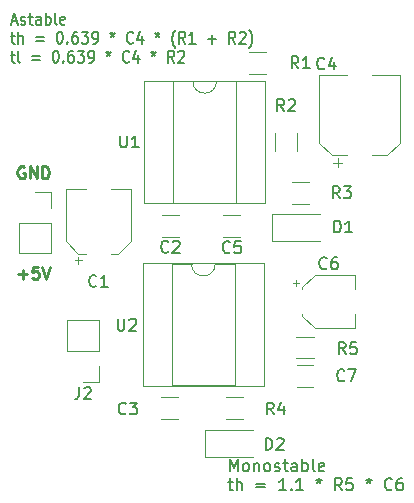
<source format=gbr>
%TF.GenerationSoftware,KiCad,Pcbnew,9.0.5*%
%TF.CreationDate,2025-11-22T01:39:54+01:00*%
%TF.ProjectId,AstableMonostable_NE555,41737461-626c-4654-9d6f-6e6f73746162,rev?*%
%TF.SameCoordinates,PX57a4860PY69925e0*%
%TF.FileFunction,Legend,Top*%
%TF.FilePolarity,Positive*%
%FSLAX46Y46*%
G04 Gerber Fmt 4.6, Leading zero omitted, Abs format (unit mm)*
G04 Created by KiCad (PCBNEW 9.0.5) date 2025-11-22 01:39:54*
%MOMM*%
%LPD*%
G01*
G04 APERTURE LIST*
%ADD10C,0.150000*%
%ADD11C,0.250000*%
%ADD12C,0.120000*%
G04 APERTURE END LIST*
D10*
X19036779Y2240125D02*
X19036779Y3240125D01*
X19036779Y3240125D02*
X19370112Y2525840D01*
X19370112Y2525840D02*
X19703445Y3240125D01*
X19703445Y3240125D02*
X19703445Y2240125D01*
X20322493Y2240125D02*
X20227255Y2287744D01*
X20227255Y2287744D02*
X20179636Y2335364D01*
X20179636Y2335364D02*
X20132017Y2430602D01*
X20132017Y2430602D02*
X20132017Y2716316D01*
X20132017Y2716316D02*
X20179636Y2811554D01*
X20179636Y2811554D02*
X20227255Y2859173D01*
X20227255Y2859173D02*
X20322493Y2906792D01*
X20322493Y2906792D02*
X20465350Y2906792D01*
X20465350Y2906792D02*
X20560588Y2859173D01*
X20560588Y2859173D02*
X20608207Y2811554D01*
X20608207Y2811554D02*
X20655826Y2716316D01*
X20655826Y2716316D02*
X20655826Y2430602D01*
X20655826Y2430602D02*
X20608207Y2335364D01*
X20608207Y2335364D02*
X20560588Y2287744D01*
X20560588Y2287744D02*
X20465350Y2240125D01*
X20465350Y2240125D02*
X20322493Y2240125D01*
X21084398Y2906792D02*
X21084398Y2240125D01*
X21084398Y2811554D02*
X21132017Y2859173D01*
X21132017Y2859173D02*
X21227255Y2906792D01*
X21227255Y2906792D02*
X21370112Y2906792D01*
X21370112Y2906792D02*
X21465350Y2859173D01*
X21465350Y2859173D02*
X21512969Y2763935D01*
X21512969Y2763935D02*
X21512969Y2240125D01*
X22132017Y2240125D02*
X22036779Y2287744D01*
X22036779Y2287744D02*
X21989160Y2335364D01*
X21989160Y2335364D02*
X21941541Y2430602D01*
X21941541Y2430602D02*
X21941541Y2716316D01*
X21941541Y2716316D02*
X21989160Y2811554D01*
X21989160Y2811554D02*
X22036779Y2859173D01*
X22036779Y2859173D02*
X22132017Y2906792D01*
X22132017Y2906792D02*
X22274874Y2906792D01*
X22274874Y2906792D02*
X22370112Y2859173D01*
X22370112Y2859173D02*
X22417731Y2811554D01*
X22417731Y2811554D02*
X22465350Y2716316D01*
X22465350Y2716316D02*
X22465350Y2430602D01*
X22465350Y2430602D02*
X22417731Y2335364D01*
X22417731Y2335364D02*
X22370112Y2287744D01*
X22370112Y2287744D02*
X22274874Y2240125D01*
X22274874Y2240125D02*
X22132017Y2240125D01*
X22846303Y2287744D02*
X22941541Y2240125D01*
X22941541Y2240125D02*
X23132017Y2240125D01*
X23132017Y2240125D02*
X23227255Y2287744D01*
X23227255Y2287744D02*
X23274874Y2382983D01*
X23274874Y2382983D02*
X23274874Y2430602D01*
X23274874Y2430602D02*
X23227255Y2525840D01*
X23227255Y2525840D02*
X23132017Y2573459D01*
X23132017Y2573459D02*
X22989160Y2573459D01*
X22989160Y2573459D02*
X22893922Y2621078D01*
X22893922Y2621078D02*
X22846303Y2716316D01*
X22846303Y2716316D02*
X22846303Y2763935D01*
X22846303Y2763935D02*
X22893922Y2859173D01*
X22893922Y2859173D02*
X22989160Y2906792D01*
X22989160Y2906792D02*
X23132017Y2906792D01*
X23132017Y2906792D02*
X23227255Y2859173D01*
X23560589Y2906792D02*
X23941541Y2906792D01*
X23703446Y3240125D02*
X23703446Y2382983D01*
X23703446Y2382983D02*
X23751065Y2287744D01*
X23751065Y2287744D02*
X23846303Y2240125D01*
X23846303Y2240125D02*
X23941541Y2240125D01*
X24703446Y2240125D02*
X24703446Y2763935D01*
X24703446Y2763935D02*
X24655827Y2859173D01*
X24655827Y2859173D02*
X24560589Y2906792D01*
X24560589Y2906792D02*
X24370113Y2906792D01*
X24370113Y2906792D02*
X24274875Y2859173D01*
X24703446Y2287744D02*
X24608208Y2240125D01*
X24608208Y2240125D02*
X24370113Y2240125D01*
X24370113Y2240125D02*
X24274875Y2287744D01*
X24274875Y2287744D02*
X24227256Y2382983D01*
X24227256Y2382983D02*
X24227256Y2478221D01*
X24227256Y2478221D02*
X24274875Y2573459D01*
X24274875Y2573459D02*
X24370113Y2621078D01*
X24370113Y2621078D02*
X24608208Y2621078D01*
X24608208Y2621078D02*
X24703446Y2668697D01*
X25179637Y2240125D02*
X25179637Y3240125D01*
X25179637Y2859173D02*
X25274875Y2906792D01*
X25274875Y2906792D02*
X25465351Y2906792D01*
X25465351Y2906792D02*
X25560589Y2859173D01*
X25560589Y2859173D02*
X25608208Y2811554D01*
X25608208Y2811554D02*
X25655827Y2716316D01*
X25655827Y2716316D02*
X25655827Y2430602D01*
X25655827Y2430602D02*
X25608208Y2335364D01*
X25608208Y2335364D02*
X25560589Y2287744D01*
X25560589Y2287744D02*
X25465351Y2240125D01*
X25465351Y2240125D02*
X25274875Y2240125D01*
X25274875Y2240125D02*
X25179637Y2287744D01*
X26227256Y2240125D02*
X26132018Y2287744D01*
X26132018Y2287744D02*
X26084399Y2382983D01*
X26084399Y2382983D02*
X26084399Y3240125D01*
X26989161Y2287744D02*
X26893923Y2240125D01*
X26893923Y2240125D02*
X26703447Y2240125D01*
X26703447Y2240125D02*
X26608209Y2287744D01*
X26608209Y2287744D02*
X26560590Y2382983D01*
X26560590Y2382983D02*
X26560590Y2763935D01*
X26560590Y2763935D02*
X26608209Y2859173D01*
X26608209Y2859173D02*
X26703447Y2906792D01*
X26703447Y2906792D02*
X26893923Y2906792D01*
X26893923Y2906792D02*
X26989161Y2859173D01*
X26989161Y2859173D02*
X27036780Y2763935D01*
X27036780Y2763935D02*
X27036780Y2668697D01*
X27036780Y2668697D02*
X26560590Y2573459D01*
X18893922Y1296848D02*
X19274874Y1296848D01*
X19036779Y1630181D02*
X19036779Y773039D01*
X19036779Y773039D02*
X19084398Y677800D01*
X19084398Y677800D02*
X19179636Y630181D01*
X19179636Y630181D02*
X19274874Y630181D01*
X19608208Y630181D02*
X19608208Y1630181D01*
X20036779Y630181D02*
X20036779Y1153991D01*
X20036779Y1153991D02*
X19989160Y1249229D01*
X19989160Y1249229D02*
X19893922Y1296848D01*
X19893922Y1296848D02*
X19751065Y1296848D01*
X19751065Y1296848D02*
X19655827Y1249229D01*
X19655827Y1249229D02*
X19608208Y1201610D01*
X21274875Y1153991D02*
X22036780Y1153991D01*
X22036780Y868277D02*
X21274875Y868277D01*
X23798684Y630181D02*
X23227256Y630181D01*
X23512970Y630181D02*
X23512970Y1630181D01*
X23512970Y1630181D02*
X23417732Y1487324D01*
X23417732Y1487324D02*
X23322494Y1392086D01*
X23322494Y1392086D02*
X23227256Y1344467D01*
X24227256Y725420D02*
X24274875Y677800D01*
X24274875Y677800D02*
X24227256Y630181D01*
X24227256Y630181D02*
X24179637Y677800D01*
X24179637Y677800D02*
X24227256Y725420D01*
X24227256Y725420D02*
X24227256Y630181D01*
X25227255Y630181D02*
X24655827Y630181D01*
X24941541Y630181D02*
X24941541Y1630181D01*
X24941541Y1630181D02*
X24846303Y1487324D01*
X24846303Y1487324D02*
X24751065Y1392086D01*
X24751065Y1392086D02*
X24655827Y1344467D01*
X26560589Y1630181D02*
X26560589Y1392086D01*
X26322494Y1487324D02*
X26560589Y1392086D01*
X26560589Y1392086D02*
X26798684Y1487324D01*
X26417732Y1201610D02*
X26560589Y1392086D01*
X26560589Y1392086D02*
X26703446Y1201610D01*
X28512970Y630181D02*
X28179637Y1106372D01*
X27941542Y630181D02*
X27941542Y1630181D01*
X27941542Y1630181D02*
X28322494Y1630181D01*
X28322494Y1630181D02*
X28417732Y1582562D01*
X28417732Y1582562D02*
X28465351Y1534943D01*
X28465351Y1534943D02*
X28512970Y1439705D01*
X28512970Y1439705D02*
X28512970Y1296848D01*
X28512970Y1296848D02*
X28465351Y1201610D01*
X28465351Y1201610D02*
X28417732Y1153991D01*
X28417732Y1153991D02*
X28322494Y1106372D01*
X28322494Y1106372D02*
X27941542Y1106372D01*
X29417732Y1630181D02*
X28941542Y1630181D01*
X28941542Y1630181D02*
X28893923Y1153991D01*
X28893923Y1153991D02*
X28941542Y1201610D01*
X28941542Y1201610D02*
X29036780Y1249229D01*
X29036780Y1249229D02*
X29274875Y1249229D01*
X29274875Y1249229D02*
X29370113Y1201610D01*
X29370113Y1201610D02*
X29417732Y1153991D01*
X29417732Y1153991D02*
X29465351Y1058753D01*
X29465351Y1058753D02*
X29465351Y820658D01*
X29465351Y820658D02*
X29417732Y725420D01*
X29417732Y725420D02*
X29370113Y677800D01*
X29370113Y677800D02*
X29274875Y630181D01*
X29274875Y630181D02*
X29036780Y630181D01*
X29036780Y630181D02*
X28941542Y677800D01*
X28941542Y677800D02*
X28893923Y725420D01*
X30798685Y1630181D02*
X30798685Y1392086D01*
X30560590Y1487324D02*
X30798685Y1392086D01*
X30798685Y1392086D02*
X31036780Y1487324D01*
X30655828Y1201610D02*
X30798685Y1392086D01*
X30798685Y1392086D02*
X30941542Y1201610D01*
X32751066Y725420D02*
X32703447Y677800D01*
X32703447Y677800D02*
X32560590Y630181D01*
X32560590Y630181D02*
X32465352Y630181D01*
X32465352Y630181D02*
X32322495Y677800D01*
X32322495Y677800D02*
X32227257Y773039D01*
X32227257Y773039D02*
X32179638Y868277D01*
X32179638Y868277D02*
X32132019Y1058753D01*
X32132019Y1058753D02*
X32132019Y1201610D01*
X32132019Y1201610D02*
X32179638Y1392086D01*
X32179638Y1392086D02*
X32227257Y1487324D01*
X32227257Y1487324D02*
X32322495Y1582562D01*
X32322495Y1582562D02*
X32465352Y1630181D01*
X32465352Y1630181D02*
X32560590Y1630181D01*
X32560590Y1630181D02*
X32703447Y1582562D01*
X32703447Y1582562D02*
X32751066Y1534943D01*
X33608209Y1630181D02*
X33417733Y1630181D01*
X33417733Y1630181D02*
X33322495Y1582562D01*
X33322495Y1582562D02*
X33274876Y1534943D01*
X33274876Y1534943D02*
X33179638Y1392086D01*
X33179638Y1392086D02*
X33132019Y1201610D01*
X33132019Y1201610D02*
X33132019Y820658D01*
X33132019Y820658D02*
X33179638Y725420D01*
X33179638Y725420D02*
X33227257Y677800D01*
X33227257Y677800D02*
X33322495Y630181D01*
X33322495Y630181D02*
X33512971Y630181D01*
X33512971Y630181D02*
X33608209Y677800D01*
X33608209Y677800D02*
X33655828Y725420D01*
X33655828Y725420D02*
X33703447Y820658D01*
X33703447Y820658D02*
X33703447Y1058753D01*
X33703447Y1058753D02*
X33655828Y1153991D01*
X33655828Y1153991D02*
X33608209Y1201610D01*
X33608209Y1201610D02*
X33512971Y1249229D01*
X33512971Y1249229D02*
X33322495Y1249229D01*
X33322495Y1249229D02*
X33227257Y1201610D01*
X33227257Y1201610D02*
X33179638Y1153991D01*
X33179638Y1153991D02*
X33132019Y1058753D01*
X570112Y40335784D02*
X998684Y40335784D01*
X484398Y40050069D02*
X784398Y41050069D01*
X784398Y41050069D02*
X1084398Y40050069D01*
X1341541Y40097688D02*
X1427255Y40050069D01*
X1427255Y40050069D02*
X1598684Y40050069D01*
X1598684Y40050069D02*
X1684398Y40097688D01*
X1684398Y40097688D02*
X1727255Y40192927D01*
X1727255Y40192927D02*
X1727255Y40240546D01*
X1727255Y40240546D02*
X1684398Y40335784D01*
X1684398Y40335784D02*
X1598684Y40383403D01*
X1598684Y40383403D02*
X1470113Y40383403D01*
X1470113Y40383403D02*
X1384398Y40431022D01*
X1384398Y40431022D02*
X1341541Y40526260D01*
X1341541Y40526260D02*
X1341541Y40573879D01*
X1341541Y40573879D02*
X1384398Y40669117D01*
X1384398Y40669117D02*
X1470113Y40716736D01*
X1470113Y40716736D02*
X1598684Y40716736D01*
X1598684Y40716736D02*
X1684398Y40669117D01*
X1984398Y40716736D02*
X2327255Y40716736D01*
X2112969Y41050069D02*
X2112969Y40192927D01*
X2112969Y40192927D02*
X2155826Y40097688D01*
X2155826Y40097688D02*
X2241541Y40050069D01*
X2241541Y40050069D02*
X2327255Y40050069D01*
X3012970Y40050069D02*
X3012970Y40573879D01*
X3012970Y40573879D02*
X2970112Y40669117D01*
X2970112Y40669117D02*
X2884398Y40716736D01*
X2884398Y40716736D02*
X2712970Y40716736D01*
X2712970Y40716736D02*
X2627255Y40669117D01*
X3012970Y40097688D02*
X2927255Y40050069D01*
X2927255Y40050069D02*
X2712970Y40050069D01*
X2712970Y40050069D02*
X2627255Y40097688D01*
X2627255Y40097688D02*
X2584398Y40192927D01*
X2584398Y40192927D02*
X2584398Y40288165D01*
X2584398Y40288165D02*
X2627255Y40383403D01*
X2627255Y40383403D02*
X2712970Y40431022D01*
X2712970Y40431022D02*
X2927255Y40431022D01*
X2927255Y40431022D02*
X3012970Y40478641D01*
X3441541Y40050069D02*
X3441541Y41050069D01*
X3441541Y40669117D02*
X3527256Y40716736D01*
X3527256Y40716736D02*
X3698684Y40716736D01*
X3698684Y40716736D02*
X3784398Y40669117D01*
X3784398Y40669117D02*
X3827256Y40621498D01*
X3827256Y40621498D02*
X3870113Y40526260D01*
X3870113Y40526260D02*
X3870113Y40240546D01*
X3870113Y40240546D02*
X3827256Y40145308D01*
X3827256Y40145308D02*
X3784398Y40097688D01*
X3784398Y40097688D02*
X3698684Y40050069D01*
X3698684Y40050069D02*
X3527256Y40050069D01*
X3527256Y40050069D02*
X3441541Y40097688D01*
X4384399Y40050069D02*
X4298684Y40097688D01*
X4298684Y40097688D02*
X4255827Y40192927D01*
X4255827Y40192927D02*
X4255827Y41050069D01*
X5070113Y40097688D02*
X4984399Y40050069D01*
X4984399Y40050069D02*
X4812971Y40050069D01*
X4812971Y40050069D02*
X4727256Y40097688D01*
X4727256Y40097688D02*
X4684399Y40192927D01*
X4684399Y40192927D02*
X4684399Y40573879D01*
X4684399Y40573879D02*
X4727256Y40669117D01*
X4727256Y40669117D02*
X4812971Y40716736D01*
X4812971Y40716736D02*
X4984399Y40716736D01*
X4984399Y40716736D02*
X5070113Y40669117D01*
X5070113Y40669117D02*
X5112971Y40573879D01*
X5112971Y40573879D02*
X5112971Y40478641D01*
X5112971Y40478641D02*
X4684399Y40383403D01*
X484398Y39106792D02*
X827255Y39106792D01*
X612969Y39440125D02*
X612969Y38582983D01*
X612969Y38582983D02*
X655826Y38487744D01*
X655826Y38487744D02*
X741541Y38440125D01*
X741541Y38440125D02*
X827255Y38440125D01*
X1127255Y38440125D02*
X1127255Y39440125D01*
X1512970Y38440125D02*
X1512970Y38963935D01*
X1512970Y38963935D02*
X1470112Y39059173D01*
X1470112Y39059173D02*
X1384398Y39106792D01*
X1384398Y39106792D02*
X1255827Y39106792D01*
X1255827Y39106792D02*
X1170112Y39059173D01*
X1170112Y39059173D02*
X1127255Y39011554D01*
X2627255Y38963935D02*
X3312970Y38963935D01*
X3312970Y38678221D02*
X2627255Y38678221D01*
X4598684Y39440125D02*
X4684398Y39440125D01*
X4684398Y39440125D02*
X4770112Y39392506D01*
X4770112Y39392506D02*
X4812970Y39344887D01*
X4812970Y39344887D02*
X4855827Y39249649D01*
X4855827Y39249649D02*
X4898684Y39059173D01*
X4898684Y39059173D02*
X4898684Y38821078D01*
X4898684Y38821078D02*
X4855827Y38630602D01*
X4855827Y38630602D02*
X4812970Y38535364D01*
X4812970Y38535364D02*
X4770112Y38487744D01*
X4770112Y38487744D02*
X4684398Y38440125D01*
X4684398Y38440125D02*
X4598684Y38440125D01*
X4598684Y38440125D02*
X4512970Y38487744D01*
X4512970Y38487744D02*
X4470112Y38535364D01*
X4470112Y38535364D02*
X4427255Y38630602D01*
X4427255Y38630602D02*
X4384398Y38821078D01*
X4384398Y38821078D02*
X4384398Y39059173D01*
X4384398Y39059173D02*
X4427255Y39249649D01*
X4427255Y39249649D02*
X4470112Y39344887D01*
X4470112Y39344887D02*
X4512970Y39392506D01*
X4512970Y39392506D02*
X4598684Y39440125D01*
X5284398Y38535364D02*
X5327255Y38487744D01*
X5327255Y38487744D02*
X5284398Y38440125D01*
X5284398Y38440125D02*
X5241541Y38487744D01*
X5241541Y38487744D02*
X5284398Y38535364D01*
X5284398Y38535364D02*
X5284398Y38440125D01*
X6098684Y39440125D02*
X5927255Y39440125D01*
X5927255Y39440125D02*
X5841541Y39392506D01*
X5841541Y39392506D02*
X5798684Y39344887D01*
X5798684Y39344887D02*
X5712969Y39202030D01*
X5712969Y39202030D02*
X5670112Y39011554D01*
X5670112Y39011554D02*
X5670112Y38630602D01*
X5670112Y38630602D02*
X5712969Y38535364D01*
X5712969Y38535364D02*
X5755826Y38487744D01*
X5755826Y38487744D02*
X5841541Y38440125D01*
X5841541Y38440125D02*
X6012969Y38440125D01*
X6012969Y38440125D02*
X6098684Y38487744D01*
X6098684Y38487744D02*
X6141541Y38535364D01*
X6141541Y38535364D02*
X6184398Y38630602D01*
X6184398Y38630602D02*
X6184398Y38868697D01*
X6184398Y38868697D02*
X6141541Y38963935D01*
X6141541Y38963935D02*
X6098684Y39011554D01*
X6098684Y39011554D02*
X6012969Y39059173D01*
X6012969Y39059173D02*
X5841541Y39059173D01*
X5841541Y39059173D02*
X5755826Y39011554D01*
X5755826Y39011554D02*
X5712969Y38963935D01*
X5712969Y38963935D02*
X5670112Y38868697D01*
X6484398Y39440125D02*
X7041541Y39440125D01*
X7041541Y39440125D02*
X6741541Y39059173D01*
X6741541Y39059173D02*
X6870112Y39059173D01*
X6870112Y39059173D02*
X6955827Y39011554D01*
X6955827Y39011554D02*
X6998684Y38963935D01*
X6998684Y38963935D02*
X7041541Y38868697D01*
X7041541Y38868697D02*
X7041541Y38630602D01*
X7041541Y38630602D02*
X6998684Y38535364D01*
X6998684Y38535364D02*
X6955827Y38487744D01*
X6955827Y38487744D02*
X6870112Y38440125D01*
X6870112Y38440125D02*
X6612969Y38440125D01*
X6612969Y38440125D02*
X6527255Y38487744D01*
X6527255Y38487744D02*
X6484398Y38535364D01*
X7470112Y38440125D02*
X7641541Y38440125D01*
X7641541Y38440125D02*
X7727255Y38487744D01*
X7727255Y38487744D02*
X7770112Y38535364D01*
X7770112Y38535364D02*
X7855827Y38678221D01*
X7855827Y38678221D02*
X7898684Y38868697D01*
X7898684Y38868697D02*
X7898684Y39249649D01*
X7898684Y39249649D02*
X7855827Y39344887D01*
X7855827Y39344887D02*
X7812970Y39392506D01*
X7812970Y39392506D02*
X7727255Y39440125D01*
X7727255Y39440125D02*
X7555827Y39440125D01*
X7555827Y39440125D02*
X7470112Y39392506D01*
X7470112Y39392506D02*
X7427255Y39344887D01*
X7427255Y39344887D02*
X7384398Y39249649D01*
X7384398Y39249649D02*
X7384398Y39011554D01*
X7384398Y39011554D02*
X7427255Y38916316D01*
X7427255Y38916316D02*
X7470112Y38868697D01*
X7470112Y38868697D02*
X7555827Y38821078D01*
X7555827Y38821078D02*
X7727255Y38821078D01*
X7727255Y38821078D02*
X7812970Y38868697D01*
X7812970Y38868697D02*
X7855827Y38916316D01*
X7855827Y38916316D02*
X7898684Y39011554D01*
X9098684Y39440125D02*
X9098684Y39202030D01*
X8884398Y39297268D02*
X9098684Y39202030D01*
X9098684Y39202030D02*
X9312969Y39297268D01*
X8970112Y39011554D02*
X9098684Y39202030D01*
X9098684Y39202030D02*
X9227255Y39011554D01*
X10855826Y38535364D02*
X10812969Y38487744D01*
X10812969Y38487744D02*
X10684397Y38440125D01*
X10684397Y38440125D02*
X10598683Y38440125D01*
X10598683Y38440125D02*
X10470112Y38487744D01*
X10470112Y38487744D02*
X10384397Y38582983D01*
X10384397Y38582983D02*
X10341540Y38678221D01*
X10341540Y38678221D02*
X10298683Y38868697D01*
X10298683Y38868697D02*
X10298683Y39011554D01*
X10298683Y39011554D02*
X10341540Y39202030D01*
X10341540Y39202030D02*
X10384397Y39297268D01*
X10384397Y39297268D02*
X10470112Y39392506D01*
X10470112Y39392506D02*
X10598683Y39440125D01*
X10598683Y39440125D02*
X10684397Y39440125D01*
X10684397Y39440125D02*
X10812969Y39392506D01*
X10812969Y39392506D02*
X10855826Y39344887D01*
X11627255Y39106792D02*
X11627255Y38440125D01*
X11412969Y39487744D02*
X11198683Y38773459D01*
X11198683Y38773459D02*
X11755826Y38773459D01*
X12912969Y39440125D02*
X12912969Y39202030D01*
X12698683Y39297268D02*
X12912969Y39202030D01*
X12912969Y39202030D02*
X13127254Y39297268D01*
X12784397Y39011554D02*
X12912969Y39202030D01*
X12912969Y39202030D02*
X13041540Y39011554D01*
X14412968Y38059173D02*
X14370111Y38106792D01*
X14370111Y38106792D02*
X14284397Y38249649D01*
X14284397Y38249649D02*
X14241540Y38344887D01*
X14241540Y38344887D02*
X14198682Y38487744D01*
X14198682Y38487744D02*
X14155825Y38725840D01*
X14155825Y38725840D02*
X14155825Y38916316D01*
X14155825Y38916316D02*
X14198682Y39154411D01*
X14198682Y39154411D02*
X14241540Y39297268D01*
X14241540Y39297268D02*
X14284397Y39392506D01*
X14284397Y39392506D02*
X14370111Y39535364D01*
X14370111Y39535364D02*
X14412968Y39582983D01*
X15270111Y38440125D02*
X14970111Y38916316D01*
X14755825Y38440125D02*
X14755825Y39440125D01*
X14755825Y39440125D02*
X15098682Y39440125D01*
X15098682Y39440125D02*
X15184397Y39392506D01*
X15184397Y39392506D02*
X15227254Y39344887D01*
X15227254Y39344887D02*
X15270111Y39249649D01*
X15270111Y39249649D02*
X15270111Y39106792D01*
X15270111Y39106792D02*
X15227254Y39011554D01*
X15227254Y39011554D02*
X15184397Y38963935D01*
X15184397Y38963935D02*
X15098682Y38916316D01*
X15098682Y38916316D02*
X14755825Y38916316D01*
X16127254Y38440125D02*
X15612968Y38440125D01*
X15870111Y38440125D02*
X15870111Y39440125D01*
X15870111Y39440125D02*
X15784397Y39297268D01*
X15784397Y39297268D02*
X15698682Y39202030D01*
X15698682Y39202030D02*
X15612968Y39154411D01*
X17198682Y38821078D02*
X17884397Y38821078D01*
X17541539Y38440125D02*
X17541539Y39202030D01*
X19512968Y38440125D02*
X19212968Y38916316D01*
X18998682Y38440125D02*
X18998682Y39440125D01*
X18998682Y39440125D02*
X19341539Y39440125D01*
X19341539Y39440125D02*
X19427254Y39392506D01*
X19427254Y39392506D02*
X19470111Y39344887D01*
X19470111Y39344887D02*
X19512968Y39249649D01*
X19512968Y39249649D02*
X19512968Y39106792D01*
X19512968Y39106792D02*
X19470111Y39011554D01*
X19470111Y39011554D02*
X19427254Y38963935D01*
X19427254Y38963935D02*
X19341539Y38916316D01*
X19341539Y38916316D02*
X18998682Y38916316D01*
X19855825Y39344887D02*
X19898682Y39392506D01*
X19898682Y39392506D02*
X19984397Y39440125D01*
X19984397Y39440125D02*
X20198682Y39440125D01*
X20198682Y39440125D02*
X20284397Y39392506D01*
X20284397Y39392506D02*
X20327254Y39344887D01*
X20327254Y39344887D02*
X20370111Y39249649D01*
X20370111Y39249649D02*
X20370111Y39154411D01*
X20370111Y39154411D02*
X20327254Y39011554D01*
X20327254Y39011554D02*
X19812968Y38440125D01*
X19812968Y38440125D02*
X20370111Y38440125D01*
X20670111Y38059173D02*
X20712968Y38106792D01*
X20712968Y38106792D02*
X20798682Y38249649D01*
X20798682Y38249649D02*
X20841540Y38344887D01*
X20841540Y38344887D02*
X20884397Y38487744D01*
X20884397Y38487744D02*
X20927254Y38725840D01*
X20927254Y38725840D02*
X20927254Y38916316D01*
X20927254Y38916316D02*
X20884397Y39154411D01*
X20884397Y39154411D02*
X20841540Y39297268D01*
X20841540Y39297268D02*
X20798682Y39392506D01*
X20798682Y39392506D02*
X20712968Y39535364D01*
X20712968Y39535364D02*
X20670111Y39582983D01*
X484398Y37496848D02*
X827255Y37496848D01*
X612969Y37830181D02*
X612969Y36973039D01*
X612969Y36973039D02*
X655826Y36877800D01*
X655826Y36877800D02*
X741541Y36830181D01*
X741541Y36830181D02*
X827255Y36830181D01*
X1255827Y36830181D02*
X1170112Y36877800D01*
X1170112Y36877800D02*
X1127255Y36973039D01*
X1127255Y36973039D02*
X1127255Y37830181D01*
X2284398Y37353991D02*
X2970113Y37353991D01*
X2970113Y37068277D02*
X2284398Y37068277D01*
X4255827Y37830181D02*
X4341541Y37830181D01*
X4341541Y37830181D02*
X4427255Y37782562D01*
X4427255Y37782562D02*
X4470113Y37734943D01*
X4470113Y37734943D02*
X4512970Y37639705D01*
X4512970Y37639705D02*
X4555827Y37449229D01*
X4555827Y37449229D02*
X4555827Y37211134D01*
X4555827Y37211134D02*
X4512970Y37020658D01*
X4512970Y37020658D02*
X4470113Y36925420D01*
X4470113Y36925420D02*
X4427255Y36877800D01*
X4427255Y36877800D02*
X4341541Y36830181D01*
X4341541Y36830181D02*
X4255827Y36830181D01*
X4255827Y36830181D02*
X4170113Y36877800D01*
X4170113Y36877800D02*
X4127255Y36925420D01*
X4127255Y36925420D02*
X4084398Y37020658D01*
X4084398Y37020658D02*
X4041541Y37211134D01*
X4041541Y37211134D02*
X4041541Y37449229D01*
X4041541Y37449229D02*
X4084398Y37639705D01*
X4084398Y37639705D02*
X4127255Y37734943D01*
X4127255Y37734943D02*
X4170113Y37782562D01*
X4170113Y37782562D02*
X4255827Y37830181D01*
X4941541Y36925420D02*
X4984398Y36877800D01*
X4984398Y36877800D02*
X4941541Y36830181D01*
X4941541Y36830181D02*
X4898684Y36877800D01*
X4898684Y36877800D02*
X4941541Y36925420D01*
X4941541Y36925420D02*
X4941541Y36830181D01*
X5755827Y37830181D02*
X5584398Y37830181D01*
X5584398Y37830181D02*
X5498684Y37782562D01*
X5498684Y37782562D02*
X5455827Y37734943D01*
X5455827Y37734943D02*
X5370112Y37592086D01*
X5370112Y37592086D02*
X5327255Y37401610D01*
X5327255Y37401610D02*
X5327255Y37020658D01*
X5327255Y37020658D02*
X5370112Y36925420D01*
X5370112Y36925420D02*
X5412969Y36877800D01*
X5412969Y36877800D02*
X5498684Y36830181D01*
X5498684Y36830181D02*
X5670112Y36830181D01*
X5670112Y36830181D02*
X5755827Y36877800D01*
X5755827Y36877800D02*
X5798684Y36925420D01*
X5798684Y36925420D02*
X5841541Y37020658D01*
X5841541Y37020658D02*
X5841541Y37258753D01*
X5841541Y37258753D02*
X5798684Y37353991D01*
X5798684Y37353991D02*
X5755827Y37401610D01*
X5755827Y37401610D02*
X5670112Y37449229D01*
X5670112Y37449229D02*
X5498684Y37449229D01*
X5498684Y37449229D02*
X5412969Y37401610D01*
X5412969Y37401610D02*
X5370112Y37353991D01*
X5370112Y37353991D02*
X5327255Y37258753D01*
X6141541Y37830181D02*
X6698684Y37830181D01*
X6698684Y37830181D02*
X6398684Y37449229D01*
X6398684Y37449229D02*
X6527255Y37449229D01*
X6527255Y37449229D02*
X6612970Y37401610D01*
X6612970Y37401610D02*
X6655827Y37353991D01*
X6655827Y37353991D02*
X6698684Y37258753D01*
X6698684Y37258753D02*
X6698684Y37020658D01*
X6698684Y37020658D02*
X6655827Y36925420D01*
X6655827Y36925420D02*
X6612970Y36877800D01*
X6612970Y36877800D02*
X6527255Y36830181D01*
X6527255Y36830181D02*
X6270112Y36830181D01*
X6270112Y36830181D02*
X6184398Y36877800D01*
X6184398Y36877800D02*
X6141541Y36925420D01*
X7127255Y36830181D02*
X7298684Y36830181D01*
X7298684Y36830181D02*
X7384398Y36877800D01*
X7384398Y36877800D02*
X7427255Y36925420D01*
X7427255Y36925420D02*
X7512970Y37068277D01*
X7512970Y37068277D02*
X7555827Y37258753D01*
X7555827Y37258753D02*
X7555827Y37639705D01*
X7555827Y37639705D02*
X7512970Y37734943D01*
X7512970Y37734943D02*
X7470113Y37782562D01*
X7470113Y37782562D02*
X7384398Y37830181D01*
X7384398Y37830181D02*
X7212970Y37830181D01*
X7212970Y37830181D02*
X7127255Y37782562D01*
X7127255Y37782562D02*
X7084398Y37734943D01*
X7084398Y37734943D02*
X7041541Y37639705D01*
X7041541Y37639705D02*
X7041541Y37401610D01*
X7041541Y37401610D02*
X7084398Y37306372D01*
X7084398Y37306372D02*
X7127255Y37258753D01*
X7127255Y37258753D02*
X7212970Y37211134D01*
X7212970Y37211134D02*
X7384398Y37211134D01*
X7384398Y37211134D02*
X7470113Y37258753D01*
X7470113Y37258753D02*
X7512970Y37306372D01*
X7512970Y37306372D02*
X7555827Y37401610D01*
X8755827Y37830181D02*
X8755827Y37592086D01*
X8541541Y37687324D02*
X8755827Y37592086D01*
X8755827Y37592086D02*
X8970112Y37687324D01*
X8627255Y37401610D02*
X8755827Y37592086D01*
X8755827Y37592086D02*
X8884398Y37401610D01*
X10512969Y36925420D02*
X10470112Y36877800D01*
X10470112Y36877800D02*
X10341540Y36830181D01*
X10341540Y36830181D02*
X10255826Y36830181D01*
X10255826Y36830181D02*
X10127255Y36877800D01*
X10127255Y36877800D02*
X10041540Y36973039D01*
X10041540Y36973039D02*
X9998683Y37068277D01*
X9998683Y37068277D02*
X9955826Y37258753D01*
X9955826Y37258753D02*
X9955826Y37401610D01*
X9955826Y37401610D02*
X9998683Y37592086D01*
X9998683Y37592086D02*
X10041540Y37687324D01*
X10041540Y37687324D02*
X10127255Y37782562D01*
X10127255Y37782562D02*
X10255826Y37830181D01*
X10255826Y37830181D02*
X10341540Y37830181D01*
X10341540Y37830181D02*
X10470112Y37782562D01*
X10470112Y37782562D02*
X10512969Y37734943D01*
X11284398Y37496848D02*
X11284398Y36830181D01*
X11070112Y37877800D02*
X10855826Y37163515D01*
X10855826Y37163515D02*
X11412969Y37163515D01*
X12570112Y37830181D02*
X12570112Y37592086D01*
X12355826Y37687324D02*
X12570112Y37592086D01*
X12570112Y37592086D02*
X12784397Y37687324D01*
X12441540Y37401610D02*
X12570112Y37592086D01*
X12570112Y37592086D02*
X12698683Y37401610D01*
X14327254Y36830181D02*
X14027254Y37306372D01*
X13812968Y36830181D02*
X13812968Y37830181D01*
X13812968Y37830181D02*
X14155825Y37830181D01*
X14155825Y37830181D02*
X14241540Y37782562D01*
X14241540Y37782562D02*
X14284397Y37734943D01*
X14284397Y37734943D02*
X14327254Y37639705D01*
X14327254Y37639705D02*
X14327254Y37496848D01*
X14327254Y37496848D02*
X14284397Y37401610D01*
X14284397Y37401610D02*
X14241540Y37353991D01*
X14241540Y37353991D02*
X14155825Y37306372D01*
X14155825Y37306372D02*
X13812968Y37306372D01*
X14670111Y37734943D02*
X14712968Y37782562D01*
X14712968Y37782562D02*
X14798683Y37830181D01*
X14798683Y37830181D02*
X15012968Y37830181D01*
X15012968Y37830181D02*
X15098683Y37782562D01*
X15098683Y37782562D02*
X15141540Y37734943D01*
X15141540Y37734943D02*
X15184397Y37639705D01*
X15184397Y37639705D02*
X15184397Y37544467D01*
X15184397Y37544467D02*
X15141540Y37401610D01*
X15141540Y37401610D02*
X14627254Y36830181D01*
X14627254Y36830181D02*
X15184397Y36830181D01*
D11*
X1102568Y18916334D02*
X1864473Y18916334D01*
X1483520Y18535381D02*
X1483520Y19297286D01*
X2816853Y19535381D02*
X2340663Y19535381D01*
X2340663Y19535381D02*
X2293044Y19059191D01*
X2293044Y19059191D02*
X2340663Y19106810D01*
X2340663Y19106810D02*
X2435901Y19154429D01*
X2435901Y19154429D02*
X2673996Y19154429D01*
X2673996Y19154429D02*
X2769234Y19106810D01*
X2769234Y19106810D02*
X2816853Y19059191D01*
X2816853Y19059191D02*
X2864472Y18963953D01*
X2864472Y18963953D02*
X2864472Y18725858D01*
X2864472Y18725858D02*
X2816853Y18630620D01*
X2816853Y18630620D02*
X2769234Y18583000D01*
X2769234Y18583000D02*
X2673996Y18535381D01*
X2673996Y18535381D02*
X2435901Y18535381D01*
X2435901Y18535381D02*
X2340663Y18583000D01*
X2340663Y18583000D02*
X2293044Y18630620D01*
X3150187Y19535381D02*
X3483520Y18535381D01*
X3483520Y18535381D02*
X3816853Y19535381D01*
X1626377Y27987762D02*
X1531139Y28035381D01*
X1531139Y28035381D02*
X1388282Y28035381D01*
X1388282Y28035381D02*
X1245425Y27987762D01*
X1245425Y27987762D02*
X1150187Y27892524D01*
X1150187Y27892524D02*
X1102568Y27797286D01*
X1102568Y27797286D02*
X1054949Y27606810D01*
X1054949Y27606810D02*
X1054949Y27463953D01*
X1054949Y27463953D02*
X1102568Y27273477D01*
X1102568Y27273477D02*
X1150187Y27178239D01*
X1150187Y27178239D02*
X1245425Y27083000D01*
X1245425Y27083000D02*
X1388282Y27035381D01*
X1388282Y27035381D02*
X1483520Y27035381D01*
X1483520Y27035381D02*
X1626377Y27083000D01*
X1626377Y27083000D02*
X1673996Y27130620D01*
X1673996Y27130620D02*
X1673996Y27463953D01*
X1673996Y27463953D02*
X1483520Y27463953D01*
X2102568Y27035381D02*
X2102568Y28035381D01*
X2102568Y28035381D02*
X2673996Y27035381D01*
X2673996Y27035381D02*
X2673996Y28035381D01*
X3150187Y27035381D02*
X3150187Y28035381D01*
X3150187Y28035381D02*
X3388282Y28035381D01*
X3388282Y28035381D02*
X3531139Y27987762D01*
X3531139Y27987762D02*
X3626377Y27892524D01*
X3626377Y27892524D02*
X3673996Y27797286D01*
X3673996Y27797286D02*
X3721615Y27606810D01*
X3721615Y27606810D02*
X3721615Y27463953D01*
X3721615Y27463953D02*
X3673996Y27273477D01*
X3673996Y27273477D02*
X3626377Y27178239D01*
X3626377Y27178239D02*
X3531139Y27083000D01*
X3531139Y27083000D02*
X3388282Y27035381D01*
X3388282Y27035381D02*
X3150187Y27035381D01*
D10*
X28833333Y12145181D02*
X28500000Y12621372D01*
X28261905Y12145181D02*
X28261905Y13145181D01*
X28261905Y13145181D02*
X28642857Y13145181D01*
X28642857Y13145181D02*
X28738095Y13097562D01*
X28738095Y13097562D02*
X28785714Y13049943D01*
X28785714Y13049943D02*
X28833333Y12954705D01*
X28833333Y12954705D02*
X28833333Y12811848D01*
X28833333Y12811848D02*
X28785714Y12716610D01*
X28785714Y12716610D02*
X28738095Y12668991D01*
X28738095Y12668991D02*
X28642857Y12621372D01*
X28642857Y12621372D02*
X28261905Y12621372D01*
X29738095Y13145181D02*
X29261905Y13145181D01*
X29261905Y13145181D02*
X29214286Y12668991D01*
X29214286Y12668991D02*
X29261905Y12716610D01*
X29261905Y12716610D02*
X29357143Y12764229D01*
X29357143Y12764229D02*
X29595238Y12764229D01*
X29595238Y12764229D02*
X29690476Y12716610D01*
X29690476Y12716610D02*
X29738095Y12668991D01*
X29738095Y12668991D02*
X29785714Y12573753D01*
X29785714Y12573753D02*
X29785714Y12335658D01*
X29785714Y12335658D02*
X29738095Y12240420D01*
X29738095Y12240420D02*
X29690476Y12192800D01*
X29690476Y12192800D02*
X29595238Y12145181D01*
X29595238Y12145181D02*
X29357143Y12145181D01*
X29357143Y12145181D02*
X29261905Y12192800D01*
X29261905Y12192800D02*
X29214286Y12240420D01*
X6266666Y9340181D02*
X6266666Y8625896D01*
X6266666Y8625896D02*
X6219047Y8483039D01*
X6219047Y8483039D02*
X6123809Y8387800D01*
X6123809Y8387800D02*
X5980952Y8340181D01*
X5980952Y8340181D02*
X5885714Y8340181D01*
X6695238Y9244943D02*
X6742857Y9292562D01*
X6742857Y9292562D02*
X6838095Y9340181D01*
X6838095Y9340181D02*
X7076190Y9340181D01*
X7076190Y9340181D02*
X7171428Y9292562D01*
X7171428Y9292562D02*
X7219047Y9244943D01*
X7219047Y9244943D02*
X7266666Y9149705D01*
X7266666Y9149705D02*
X7266666Y9054467D01*
X7266666Y9054467D02*
X7219047Y8911610D01*
X7219047Y8911610D02*
X6647619Y8340181D01*
X6647619Y8340181D02*
X7266666Y8340181D01*
X27233333Y19440420D02*
X27185714Y19392800D01*
X27185714Y19392800D02*
X27042857Y19345181D01*
X27042857Y19345181D02*
X26947619Y19345181D01*
X26947619Y19345181D02*
X26804762Y19392800D01*
X26804762Y19392800D02*
X26709524Y19488039D01*
X26709524Y19488039D02*
X26661905Y19583277D01*
X26661905Y19583277D02*
X26614286Y19773753D01*
X26614286Y19773753D02*
X26614286Y19916610D01*
X26614286Y19916610D02*
X26661905Y20107086D01*
X26661905Y20107086D02*
X26709524Y20202324D01*
X26709524Y20202324D02*
X26804762Y20297562D01*
X26804762Y20297562D02*
X26947619Y20345181D01*
X26947619Y20345181D02*
X27042857Y20345181D01*
X27042857Y20345181D02*
X27185714Y20297562D01*
X27185714Y20297562D02*
X27233333Y20249943D01*
X28090476Y20345181D02*
X27900000Y20345181D01*
X27900000Y20345181D02*
X27804762Y20297562D01*
X27804762Y20297562D02*
X27757143Y20249943D01*
X27757143Y20249943D02*
X27661905Y20107086D01*
X27661905Y20107086D02*
X27614286Y19916610D01*
X27614286Y19916610D02*
X27614286Y19535658D01*
X27614286Y19535658D02*
X27661905Y19440420D01*
X27661905Y19440420D02*
X27709524Y19392800D01*
X27709524Y19392800D02*
X27804762Y19345181D01*
X27804762Y19345181D02*
X27995238Y19345181D01*
X27995238Y19345181D02*
X28090476Y19392800D01*
X28090476Y19392800D02*
X28138095Y19440420D01*
X28138095Y19440420D02*
X28185714Y19535658D01*
X28185714Y19535658D02*
X28185714Y19773753D01*
X28185714Y19773753D02*
X28138095Y19868991D01*
X28138095Y19868991D02*
X28090476Y19916610D01*
X28090476Y19916610D02*
X27995238Y19964229D01*
X27995238Y19964229D02*
X27804762Y19964229D01*
X27804762Y19964229D02*
X27709524Y19916610D01*
X27709524Y19916610D02*
X27661905Y19868991D01*
X27661905Y19868991D02*
X27614286Y19773753D01*
X9538095Y15145181D02*
X9538095Y14335658D01*
X9538095Y14335658D02*
X9585714Y14240420D01*
X9585714Y14240420D02*
X9633333Y14192800D01*
X9633333Y14192800D02*
X9728571Y14145181D01*
X9728571Y14145181D02*
X9919047Y14145181D01*
X9919047Y14145181D02*
X10014285Y14192800D01*
X10014285Y14192800D02*
X10061904Y14240420D01*
X10061904Y14240420D02*
X10109523Y14335658D01*
X10109523Y14335658D02*
X10109523Y15145181D01*
X10538095Y15049943D02*
X10585714Y15097562D01*
X10585714Y15097562D02*
X10680952Y15145181D01*
X10680952Y15145181D02*
X10919047Y15145181D01*
X10919047Y15145181D02*
X11014285Y15097562D01*
X11014285Y15097562D02*
X11061904Y15049943D01*
X11061904Y15049943D02*
X11109523Y14954705D01*
X11109523Y14954705D02*
X11109523Y14859467D01*
X11109523Y14859467D02*
X11061904Y14716610D01*
X11061904Y14716610D02*
X10490476Y14145181D01*
X10490476Y14145181D02*
X11109523Y14145181D01*
X9738095Y30645181D02*
X9738095Y29835658D01*
X9738095Y29835658D02*
X9785714Y29740420D01*
X9785714Y29740420D02*
X9833333Y29692800D01*
X9833333Y29692800D02*
X9928571Y29645181D01*
X9928571Y29645181D02*
X10119047Y29645181D01*
X10119047Y29645181D02*
X10214285Y29692800D01*
X10214285Y29692800D02*
X10261904Y29740420D01*
X10261904Y29740420D02*
X10309523Y29835658D01*
X10309523Y29835658D02*
X10309523Y30645181D01*
X11309523Y29645181D02*
X10738095Y29645181D01*
X11023809Y29645181D02*
X11023809Y30645181D01*
X11023809Y30645181D02*
X10928571Y30502324D01*
X10928571Y30502324D02*
X10833333Y30407086D01*
X10833333Y30407086D02*
X10738095Y30359467D01*
X19033333Y20790420D02*
X18985714Y20742800D01*
X18985714Y20742800D02*
X18842857Y20695181D01*
X18842857Y20695181D02*
X18747619Y20695181D01*
X18747619Y20695181D02*
X18604762Y20742800D01*
X18604762Y20742800D02*
X18509524Y20838039D01*
X18509524Y20838039D02*
X18461905Y20933277D01*
X18461905Y20933277D02*
X18414286Y21123753D01*
X18414286Y21123753D02*
X18414286Y21266610D01*
X18414286Y21266610D02*
X18461905Y21457086D01*
X18461905Y21457086D02*
X18509524Y21552324D01*
X18509524Y21552324D02*
X18604762Y21647562D01*
X18604762Y21647562D02*
X18747619Y21695181D01*
X18747619Y21695181D02*
X18842857Y21695181D01*
X18842857Y21695181D02*
X18985714Y21647562D01*
X18985714Y21647562D02*
X19033333Y21599943D01*
X19938095Y21695181D02*
X19461905Y21695181D01*
X19461905Y21695181D02*
X19414286Y21218991D01*
X19414286Y21218991D02*
X19461905Y21266610D01*
X19461905Y21266610D02*
X19557143Y21314229D01*
X19557143Y21314229D02*
X19795238Y21314229D01*
X19795238Y21314229D02*
X19890476Y21266610D01*
X19890476Y21266610D02*
X19938095Y21218991D01*
X19938095Y21218991D02*
X19985714Y21123753D01*
X19985714Y21123753D02*
X19985714Y20885658D01*
X19985714Y20885658D02*
X19938095Y20790420D01*
X19938095Y20790420D02*
X19890476Y20742800D01*
X19890476Y20742800D02*
X19795238Y20695181D01*
X19795238Y20695181D02*
X19557143Y20695181D01*
X19557143Y20695181D02*
X19461905Y20742800D01*
X19461905Y20742800D02*
X19414286Y20790420D01*
X28733333Y9940420D02*
X28685714Y9892800D01*
X28685714Y9892800D02*
X28542857Y9845181D01*
X28542857Y9845181D02*
X28447619Y9845181D01*
X28447619Y9845181D02*
X28304762Y9892800D01*
X28304762Y9892800D02*
X28209524Y9988039D01*
X28209524Y9988039D02*
X28161905Y10083277D01*
X28161905Y10083277D02*
X28114286Y10273753D01*
X28114286Y10273753D02*
X28114286Y10416610D01*
X28114286Y10416610D02*
X28161905Y10607086D01*
X28161905Y10607086D02*
X28209524Y10702324D01*
X28209524Y10702324D02*
X28304762Y10797562D01*
X28304762Y10797562D02*
X28447619Y10845181D01*
X28447619Y10845181D02*
X28542857Y10845181D01*
X28542857Y10845181D02*
X28685714Y10797562D01*
X28685714Y10797562D02*
X28733333Y10749943D01*
X29066667Y10845181D02*
X29733333Y10845181D01*
X29733333Y10845181D02*
X29304762Y9845181D01*
X27861905Y22445181D02*
X27861905Y23445181D01*
X27861905Y23445181D02*
X28100000Y23445181D01*
X28100000Y23445181D02*
X28242857Y23397562D01*
X28242857Y23397562D02*
X28338095Y23302324D01*
X28338095Y23302324D02*
X28385714Y23207086D01*
X28385714Y23207086D02*
X28433333Y23016610D01*
X28433333Y23016610D02*
X28433333Y22873753D01*
X28433333Y22873753D02*
X28385714Y22683277D01*
X28385714Y22683277D02*
X28338095Y22588039D01*
X28338095Y22588039D02*
X28242857Y22492800D01*
X28242857Y22492800D02*
X28100000Y22445181D01*
X28100000Y22445181D02*
X27861905Y22445181D01*
X29385714Y22445181D02*
X28814286Y22445181D01*
X29100000Y22445181D02*
X29100000Y23445181D01*
X29100000Y23445181D02*
X29004762Y23302324D01*
X29004762Y23302324D02*
X28909524Y23207086D01*
X28909524Y23207086D02*
X28814286Y23159467D01*
X22733333Y7045181D02*
X22400000Y7521372D01*
X22161905Y7045181D02*
X22161905Y8045181D01*
X22161905Y8045181D02*
X22542857Y8045181D01*
X22542857Y8045181D02*
X22638095Y7997562D01*
X22638095Y7997562D02*
X22685714Y7949943D01*
X22685714Y7949943D02*
X22733333Y7854705D01*
X22733333Y7854705D02*
X22733333Y7711848D01*
X22733333Y7711848D02*
X22685714Y7616610D01*
X22685714Y7616610D02*
X22638095Y7568991D01*
X22638095Y7568991D02*
X22542857Y7521372D01*
X22542857Y7521372D02*
X22161905Y7521372D01*
X23590476Y7711848D02*
X23590476Y7045181D01*
X23352381Y8092800D02*
X23114286Y7378515D01*
X23114286Y7378515D02*
X23733333Y7378515D01*
X28333333Y25345181D02*
X28000000Y25821372D01*
X27761905Y25345181D02*
X27761905Y26345181D01*
X27761905Y26345181D02*
X28142857Y26345181D01*
X28142857Y26345181D02*
X28238095Y26297562D01*
X28238095Y26297562D02*
X28285714Y26249943D01*
X28285714Y26249943D02*
X28333333Y26154705D01*
X28333333Y26154705D02*
X28333333Y26011848D01*
X28333333Y26011848D02*
X28285714Y25916610D01*
X28285714Y25916610D02*
X28238095Y25868991D01*
X28238095Y25868991D02*
X28142857Y25821372D01*
X28142857Y25821372D02*
X27761905Y25821372D01*
X28666667Y26345181D02*
X29285714Y26345181D01*
X29285714Y26345181D02*
X28952381Y25964229D01*
X28952381Y25964229D02*
X29095238Y25964229D01*
X29095238Y25964229D02*
X29190476Y25916610D01*
X29190476Y25916610D02*
X29238095Y25868991D01*
X29238095Y25868991D02*
X29285714Y25773753D01*
X29285714Y25773753D02*
X29285714Y25535658D01*
X29285714Y25535658D02*
X29238095Y25440420D01*
X29238095Y25440420D02*
X29190476Y25392800D01*
X29190476Y25392800D02*
X29095238Y25345181D01*
X29095238Y25345181D02*
X28809524Y25345181D01*
X28809524Y25345181D02*
X28714286Y25392800D01*
X28714286Y25392800D02*
X28666667Y25440420D01*
X7733333Y17940420D02*
X7685714Y17892800D01*
X7685714Y17892800D02*
X7542857Y17845181D01*
X7542857Y17845181D02*
X7447619Y17845181D01*
X7447619Y17845181D02*
X7304762Y17892800D01*
X7304762Y17892800D02*
X7209524Y17988039D01*
X7209524Y17988039D02*
X7161905Y18083277D01*
X7161905Y18083277D02*
X7114286Y18273753D01*
X7114286Y18273753D02*
X7114286Y18416610D01*
X7114286Y18416610D02*
X7161905Y18607086D01*
X7161905Y18607086D02*
X7209524Y18702324D01*
X7209524Y18702324D02*
X7304762Y18797562D01*
X7304762Y18797562D02*
X7447619Y18845181D01*
X7447619Y18845181D02*
X7542857Y18845181D01*
X7542857Y18845181D02*
X7685714Y18797562D01*
X7685714Y18797562D02*
X7733333Y18749943D01*
X8685714Y17845181D02*
X8114286Y17845181D01*
X8400000Y17845181D02*
X8400000Y18845181D01*
X8400000Y18845181D02*
X8304762Y18702324D01*
X8304762Y18702324D02*
X8209524Y18607086D01*
X8209524Y18607086D02*
X8114286Y18559467D01*
X22061905Y4045181D02*
X22061905Y5045181D01*
X22061905Y5045181D02*
X22300000Y5045181D01*
X22300000Y5045181D02*
X22442857Y4997562D01*
X22442857Y4997562D02*
X22538095Y4902324D01*
X22538095Y4902324D02*
X22585714Y4807086D01*
X22585714Y4807086D02*
X22633333Y4616610D01*
X22633333Y4616610D02*
X22633333Y4473753D01*
X22633333Y4473753D02*
X22585714Y4283277D01*
X22585714Y4283277D02*
X22538095Y4188039D01*
X22538095Y4188039D02*
X22442857Y4092800D01*
X22442857Y4092800D02*
X22300000Y4045181D01*
X22300000Y4045181D02*
X22061905Y4045181D01*
X23014286Y4949943D02*
X23061905Y4997562D01*
X23061905Y4997562D02*
X23157143Y5045181D01*
X23157143Y5045181D02*
X23395238Y5045181D01*
X23395238Y5045181D02*
X23490476Y4997562D01*
X23490476Y4997562D02*
X23538095Y4949943D01*
X23538095Y4949943D02*
X23585714Y4854705D01*
X23585714Y4854705D02*
X23585714Y4759467D01*
X23585714Y4759467D02*
X23538095Y4616610D01*
X23538095Y4616610D02*
X22966667Y4045181D01*
X22966667Y4045181D02*
X23585714Y4045181D01*
X13833333Y20840420D02*
X13785714Y20792800D01*
X13785714Y20792800D02*
X13642857Y20745181D01*
X13642857Y20745181D02*
X13547619Y20745181D01*
X13547619Y20745181D02*
X13404762Y20792800D01*
X13404762Y20792800D02*
X13309524Y20888039D01*
X13309524Y20888039D02*
X13261905Y20983277D01*
X13261905Y20983277D02*
X13214286Y21173753D01*
X13214286Y21173753D02*
X13214286Y21316610D01*
X13214286Y21316610D02*
X13261905Y21507086D01*
X13261905Y21507086D02*
X13309524Y21602324D01*
X13309524Y21602324D02*
X13404762Y21697562D01*
X13404762Y21697562D02*
X13547619Y21745181D01*
X13547619Y21745181D02*
X13642857Y21745181D01*
X13642857Y21745181D02*
X13785714Y21697562D01*
X13785714Y21697562D02*
X13833333Y21649943D01*
X14214286Y21649943D02*
X14261905Y21697562D01*
X14261905Y21697562D02*
X14357143Y21745181D01*
X14357143Y21745181D02*
X14595238Y21745181D01*
X14595238Y21745181D02*
X14690476Y21697562D01*
X14690476Y21697562D02*
X14738095Y21649943D01*
X14738095Y21649943D02*
X14785714Y21554705D01*
X14785714Y21554705D02*
X14785714Y21459467D01*
X14785714Y21459467D02*
X14738095Y21316610D01*
X14738095Y21316610D02*
X14166667Y20745181D01*
X14166667Y20745181D02*
X14785714Y20745181D01*
X27033333Y36340420D02*
X26985714Y36292800D01*
X26985714Y36292800D02*
X26842857Y36245181D01*
X26842857Y36245181D02*
X26747619Y36245181D01*
X26747619Y36245181D02*
X26604762Y36292800D01*
X26604762Y36292800D02*
X26509524Y36388039D01*
X26509524Y36388039D02*
X26461905Y36483277D01*
X26461905Y36483277D02*
X26414286Y36673753D01*
X26414286Y36673753D02*
X26414286Y36816610D01*
X26414286Y36816610D02*
X26461905Y37007086D01*
X26461905Y37007086D02*
X26509524Y37102324D01*
X26509524Y37102324D02*
X26604762Y37197562D01*
X26604762Y37197562D02*
X26747619Y37245181D01*
X26747619Y37245181D02*
X26842857Y37245181D01*
X26842857Y37245181D02*
X26985714Y37197562D01*
X26985714Y37197562D02*
X27033333Y37149943D01*
X27890476Y36911848D02*
X27890476Y36245181D01*
X27652381Y37292800D02*
X27414286Y36578515D01*
X27414286Y36578515D02*
X28033333Y36578515D01*
X23633333Y32745181D02*
X23300000Y33221372D01*
X23061905Y32745181D02*
X23061905Y33745181D01*
X23061905Y33745181D02*
X23442857Y33745181D01*
X23442857Y33745181D02*
X23538095Y33697562D01*
X23538095Y33697562D02*
X23585714Y33649943D01*
X23585714Y33649943D02*
X23633333Y33554705D01*
X23633333Y33554705D02*
X23633333Y33411848D01*
X23633333Y33411848D02*
X23585714Y33316610D01*
X23585714Y33316610D02*
X23538095Y33268991D01*
X23538095Y33268991D02*
X23442857Y33221372D01*
X23442857Y33221372D02*
X23061905Y33221372D01*
X24014286Y33649943D02*
X24061905Y33697562D01*
X24061905Y33697562D02*
X24157143Y33745181D01*
X24157143Y33745181D02*
X24395238Y33745181D01*
X24395238Y33745181D02*
X24490476Y33697562D01*
X24490476Y33697562D02*
X24538095Y33649943D01*
X24538095Y33649943D02*
X24585714Y33554705D01*
X24585714Y33554705D02*
X24585714Y33459467D01*
X24585714Y33459467D02*
X24538095Y33316610D01*
X24538095Y33316610D02*
X23966667Y32745181D01*
X23966667Y32745181D02*
X24585714Y32745181D01*
X24833333Y36345181D02*
X24500000Y36821372D01*
X24261905Y36345181D02*
X24261905Y37345181D01*
X24261905Y37345181D02*
X24642857Y37345181D01*
X24642857Y37345181D02*
X24738095Y37297562D01*
X24738095Y37297562D02*
X24785714Y37249943D01*
X24785714Y37249943D02*
X24833333Y37154705D01*
X24833333Y37154705D02*
X24833333Y37011848D01*
X24833333Y37011848D02*
X24785714Y36916610D01*
X24785714Y36916610D02*
X24738095Y36868991D01*
X24738095Y36868991D02*
X24642857Y36821372D01*
X24642857Y36821372D02*
X24261905Y36821372D01*
X25785714Y36345181D02*
X25214286Y36345181D01*
X25500000Y36345181D02*
X25500000Y37345181D01*
X25500000Y37345181D02*
X25404762Y37202324D01*
X25404762Y37202324D02*
X25309524Y37107086D01*
X25309524Y37107086D02*
X25214286Y37059467D01*
X10233333Y7140420D02*
X10185714Y7092800D01*
X10185714Y7092800D02*
X10042857Y7045181D01*
X10042857Y7045181D02*
X9947619Y7045181D01*
X9947619Y7045181D02*
X9804762Y7092800D01*
X9804762Y7092800D02*
X9709524Y7188039D01*
X9709524Y7188039D02*
X9661905Y7283277D01*
X9661905Y7283277D02*
X9614286Y7473753D01*
X9614286Y7473753D02*
X9614286Y7616610D01*
X9614286Y7616610D02*
X9661905Y7807086D01*
X9661905Y7807086D02*
X9709524Y7902324D01*
X9709524Y7902324D02*
X9804762Y7997562D01*
X9804762Y7997562D02*
X9947619Y8045181D01*
X9947619Y8045181D02*
X10042857Y8045181D01*
X10042857Y8045181D02*
X10185714Y7997562D01*
X10185714Y7997562D02*
X10233333Y7949943D01*
X10566667Y8045181D02*
X11185714Y8045181D01*
X11185714Y8045181D02*
X10852381Y7664229D01*
X10852381Y7664229D02*
X10995238Y7664229D01*
X10995238Y7664229D02*
X11090476Y7616610D01*
X11090476Y7616610D02*
X11138095Y7568991D01*
X11138095Y7568991D02*
X11185714Y7473753D01*
X11185714Y7473753D02*
X11185714Y7235658D01*
X11185714Y7235658D02*
X11138095Y7140420D01*
X11138095Y7140420D02*
X11090476Y7092800D01*
X11090476Y7092800D02*
X10995238Y7045181D01*
X10995238Y7045181D02*
X10709524Y7045181D01*
X10709524Y7045181D02*
X10614286Y7092800D01*
X10614286Y7092800D02*
X10566667Y7140420D01*
D12*
%TO.C,R5*%
X24672936Y13610000D02*
X26127064Y13610000D01*
X24672936Y11790000D02*
X26127064Y11790000D01*
%TO.C,J2*%
X7930000Y9795000D02*
X6600000Y9795000D01*
X7930000Y11125000D02*
X7930000Y9795000D01*
X7930000Y12395000D02*
X7930000Y14995000D01*
X7930000Y12395000D02*
X5270000Y12395000D01*
X7930000Y14995000D02*
X5270000Y14995000D01*
X5270000Y12395000D02*
X5270000Y14995000D01*
%TO.C,C6*%
X24400000Y18160000D02*
X24900000Y18160000D01*
X24650000Y18410000D02*
X24650000Y17910000D01*
X25140000Y17795563D02*
X25140000Y17660000D01*
X25140000Y17795563D02*
X26204437Y18860000D01*
X25140000Y15404437D02*
X25140000Y15540000D01*
X25140000Y15404437D02*
X26204437Y14340000D01*
X26204437Y18860000D02*
X29660000Y18860000D01*
X26204437Y14340000D02*
X29660000Y14340000D01*
X29660000Y18860000D02*
X29660000Y17660000D01*
X29660000Y14340000D02*
X29660000Y15540000D01*
%TO.C,U2*%
X14140000Y19770000D02*
X14140000Y9490000D01*
X14140000Y9490000D02*
X19440000Y9490000D01*
X15790000Y19770000D02*
X14140000Y19770000D01*
X19440000Y19770000D02*
X17790000Y19770000D01*
X19440000Y9490000D02*
X19440000Y19770000D01*
X11650000Y19830000D02*
X21930000Y19830000D01*
X21930000Y9430000D01*
X11650000Y9430000D01*
X11650000Y19830000D01*
X17790000Y19770000D02*
G75*
G02*
X15790000Y19770000I-1000000J0D01*
G01*
%TO.C,U1*%
X14250000Y35240000D02*
X14250000Y24960000D01*
X14250000Y24960000D02*
X19550000Y24960000D01*
X15900000Y35240000D02*
X14250000Y35240000D01*
X19550000Y35240000D02*
X17900000Y35240000D01*
X19550000Y24960000D02*
X19550000Y35240000D01*
X11760000Y35300000D02*
X22040000Y35300000D01*
X22040000Y24900000D01*
X11760000Y24900000D01*
X11760000Y35300000D01*
X17900000Y35240000D02*
G75*
G02*
X15900000Y35240000I-1000000J0D01*
G01*
%TO.C,C5*%
X19911252Y23910000D02*
X18488748Y23910000D01*
X19911252Y22090000D02*
X18488748Y22090000D01*
%TO.C,C7*%
X24688748Y11210000D02*
X26111252Y11210000D01*
X24688748Y9390000D02*
X26111252Y9390000D01*
%TO.C,D1*%
X22640000Y24035000D02*
X22640000Y21765000D01*
X22640000Y21765000D02*
X26700000Y21765000D01*
X26700000Y24035000D02*
X22640000Y24035000D01*
%TO.C,R4*%
X18672936Y8510000D02*
X20127064Y8510000D01*
X18672936Y6690000D02*
X20127064Y6690000D01*
%TO.C,J1*%
X1195000Y23280000D02*
X1195000Y20680000D01*
X1195000Y23280000D02*
X3855000Y23280000D01*
X1195000Y20680000D02*
X3855000Y20680000D01*
X2525000Y25880000D02*
X3855000Y25880000D01*
X3855000Y25880000D02*
X3855000Y24550000D01*
X3855000Y23280000D02*
X3855000Y20680000D01*
%TO.C,R3*%
X24322936Y26710000D02*
X25777064Y26710000D01*
X24322936Y24890000D02*
X25777064Y24890000D01*
%TO.C,C1*%
X5140000Y26160000D02*
X6840000Y26160000D01*
X5140000Y21704437D02*
X5140000Y26160000D01*
X5902500Y20087500D02*
X6527500Y20087500D01*
X6204437Y20640000D02*
X5140000Y21704437D01*
X6204437Y20640000D02*
X6840000Y20640000D01*
X6215000Y19775000D02*
X6215000Y20400000D01*
X9595563Y20640000D02*
X8960000Y20640000D01*
X9595563Y20640000D02*
X10660000Y21704437D01*
X10660000Y26160000D02*
X8960000Y26160000D01*
X10660000Y21704437D02*
X10660000Y26160000D01*
%TO.C,D2*%
X16940000Y5735000D02*
X16940000Y3465000D01*
X16940000Y3465000D02*
X21000000Y3465000D01*
X21000000Y5735000D02*
X16940000Y5735000D01*
%TO.C,C2*%
X13288748Y23910000D02*
X14711252Y23910000D01*
X13288748Y22090000D02*
X14711252Y22090000D01*
%TO.C,C4*%
X26590000Y35810000D02*
X28940000Y35810000D01*
X26590000Y30054437D02*
X26590000Y35810000D01*
X27654437Y28990000D02*
X26590000Y30054437D01*
X27654437Y28990000D02*
X28940000Y28990000D01*
X27758750Y28356250D02*
X28546250Y28356250D01*
X28152500Y27962500D02*
X28152500Y28750000D01*
X32345563Y28990000D02*
X31060000Y28990000D01*
X32345563Y28990000D02*
X33410000Y30054437D01*
X33410000Y35810000D02*
X31060000Y35810000D01*
X33410000Y30054437D02*
X33410000Y35810000D01*
%TO.C,R2*%
X22890000Y29372936D02*
X22890000Y30827064D01*
X24710000Y29372936D02*
X24710000Y30827064D01*
%TO.C,R1*%
X20672936Y37710000D02*
X22127064Y37710000D01*
X20672936Y35890000D02*
X22127064Y35890000D01*
%TO.C,C3*%
X13188748Y8510000D02*
X14611252Y8510000D01*
X13188748Y6690000D02*
X14611252Y6690000D01*
%TD*%
M02*

</source>
